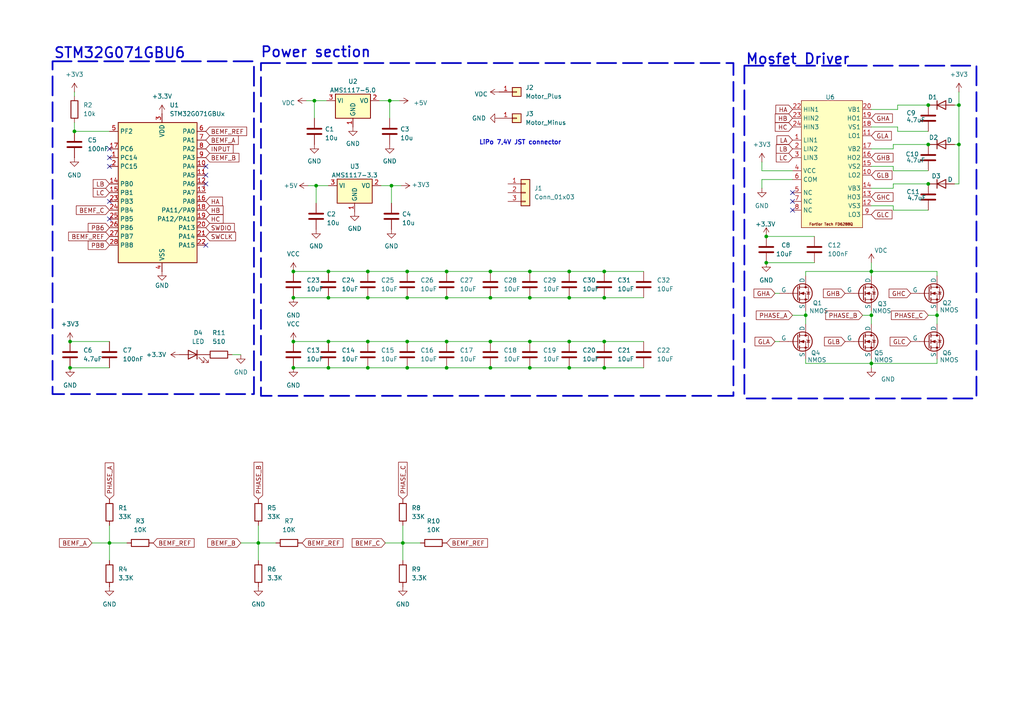
<source format=kicad_sch>
(kicad_sch (version 20231120) (generator "eeschema") (generator_version "8.0")
  (paper "A4")
  (lib_symbols
    (symbol "+3V3_1" (power) (pin_numbers hide) (pin_names (offset 0) hide)
      (property "Value" "+3V3" (at 0 3.556 0))
      (symbol "+3V3_1_1_1"
        (pin power_in line (at 0 0 90) (length 0) (name "~") (number "1"))
      )
    )
    (symbol "+3V3_2" (power) (pin_numbers hide) (pin_names (offset 0) hide)
      (property "Value" "+3V3" (at 0 3.556 0))
      (symbol "+3V3_2_1_1"
        (pin power_in line (at 0 0 90) (length 0) (name "~") (number "1"))
      )
    )
    (symbol "Connector_Generic:Conn_01x01" (pin_names (offset 1.016) hide)
      (property "Reference" "J" (at 0 2.54 0))
      (property "Value" "Conn_01x01" (at 0 -2.54 0))
      (symbol "Conn_01x01_1_1"
        (pin passive line (at -5.08 0 0) (length 3.81) (name "Pin_1") (number "1"))
      )
    )
    (symbol "Connector_Generic:Conn_01x03" (pin_names (offset 1.016) hide)
      (property "Reference" "J" (at 0 5.08 0))
      (property "Value" "Conn_01x03" (at 0 -5.08 0))
      (symbol "Conn_01x03_1_1"
        (pin passive line (at -5.08 2.54 0) (length 3.81) (name "Pin_1") (number "1"))
        (pin passive line (at -5.08 0 0) (length 3.81) (name "Pin_2") (number "2"))
        (pin passive line (at -5.08 -2.54 0) (length 3.81) (name "Pin_3") (number "3"))
      )
    )
    (symbol "Device:C" (pin_numbers hide) (pin_names (offset 0.254))
      (property "Reference" "C" (at 0.635 2.54 0))
      (property "Value" "C" (at 0.635 -2.54 0))
      (symbol "C_1_1"
        (pin passive line (at 0 3.81 270) (length 2.794) (name "~") (number "1"))
        (pin passive line (at 0 -3.81 90) (length 2.794) (name "~") (number "2"))
      )
    )
    (symbol "Device:D" (pin_numbers hide) (pin_names (offset 1.016) hide)
      (property "Reference" "D" (at 0 2.54 0))
      (property "Value" "D" (at 0 -2.54 0))
      (symbol "D_1_1"
        (pin passive line (at -3.81 0 0) (length 2.54) (name "K") (number "1"))
        (pin passive line (at 3.81 0 180) (length 2.54) (name "A") (number "2"))
      )
    )
    (symbol "Device:LED" (pin_numbers hide) (pin_names (offset 1.016) hide)
      (property "Reference" "D" (at 0 2.54 0))
      (property "Value" "LED" (at 0 -2.54 0))
      (symbol "LED_1_1"
        (pin passive line (at -3.81 0 0) (length 2.54) (name "K") (number "1"))
        (pin passive line (at 3.81 0 180) (length 2.54) (name "A") (number "2"))
      )
    )
    (symbol "Device:R" (pin_numbers hide) (pin_names (offset 0))
      (property "Reference" "R" (at 2.032 0 90))
      (property "Value" "R" (at 0 0 90))
      (symbol "R_1_1"
        (pin passive line (at 0 3.81 270) (length 1.27) (name "~") (number "1"))
        (pin passive line (at 0 -3.81 90) (length 1.27) (name "~") (number "2"))
      )
    )
    (symbol "ESC library:FD6288Q"
      (property "Reference" "U" (at -13.97 20.066 0))
      (symbol "FD6288Q_1_1"
        (text "Fortior Tech FD6288Q" (at -14.224 -16.764 0) (effects (font (size 0.762 0.762))))
        (pin input line (at -25.4 7.62 0) (length 2.54) (name "LIN1") (number "1"))
        (pin input line (at -2.54 -2.54 180) (length 2.54) (name "LO2") (number "10"))
        (pin input line (at -2.54 8.89 180) (length 2.54) (name "LO1") (number "11"))
        (pin input line (at -2.54 -11.43 180) (length 2.54) (name "VS3") (number "12"))
        (pin input line (at -2.54 -8.89 180) (length 2.54) (name "HO3") (number "13"))
        (pin input line (at -2.54 -6.35 180) (length 2.54) (name "VB3") (number "14"))
        (pin input line (at -2.54 0 180) (length 2.54) (name "VS2") (number "15"))
        (pin input line (at -2.54 2.54 180) (length 2.54) (name "HO2") (number "16"))
        (pin input line (at -2.54 5.08 180) (length 2.54) (name "VB2") (number "17"))
        (pin input line (at -2.54 11.43 180) (length 2.54) (name "VS1") (number "18"))
        (pin input line (at -2.54 13.97 180) (length 2.54) (name "HO1") (number "19"))
        (pin input line (at -25.4 5.08 0) (length 2.54) (name "LIN2") (number "2"))
        (pin input line (at -2.54 16.51 180) (length 2.54) (name "VB1") (number "20"))
        (pin input line (at -25.4 16.51 0) (length 2.54) (name "HIN1") (number "22"))
        (pin input line (at -25.4 13.97 0) (length 2.54) (name "HIN2") (number "23"))
        (pin input line (at -25.4 11.43 0) (length 2.54) (name "HIN3") (number "24"))
        (pin input line (at -25.4 2.54 0) (length 2.54) (name "LIN3") (number "3"))
        (pin input line (at -25.4 -1.27 0) (length 2.54) (name "VCC") (number "4"))
        (pin input line (at -25.4 -7.62 0) (length 2.54) (name "NC") (number "5"))
        (pin input line (at -25.4 -3.81 0) (length 2.54) (name "COM") (number "6"))
        (pin input line (at -25.4 -10.16 0) (length 2.54) (name "NC") (number "7"))
        (pin input line (at -25.4 -12.7 0) (length 2.54) (name "NC") (number "8"))
        (pin input line (at -2.54 -13.97 180) (length 2.54) (name "LO3") (number "9"))
      )
    )
    (symbol "GND_1" (power) (pin_numbers hide) (pin_names (offset 0) hide)
      (property "Value" "GND" (at 0 -3.81 0))
      (symbol "GND_1_1_1"
        (pin power_in line (at 0 0 270) (length 0) (name "~") (number "1"))
      )
    )
    (symbol "GND_2" (power) (pin_numbers hide) (pin_names (offset 0) hide)
      (property "Value" "GND" (at 0 -3.81 0))
      (symbol "GND_2_1_1"
        (pin power_in line (at 0 0 270) (length 0) (name "~") (number "1"))
      )
    )
    (symbol "GND_3" (power) (pin_numbers hide) (pin_names (offset 0) hide)
      (property "Value" "GND" (at 0 -3.81 0))
      (symbol "GND_3_1_1"
        (pin power_in line (at 0 0 270) (length 0) (name "~") (number "1"))
      )
    )
    (symbol "GND_4" (power) (pin_numbers hide) (pin_names (offset 0) hide)
      (property "Value" "GND" (at 0 -3.81 0))
      (symbol "GND_4_1_1"
        (pin power_in line (at 0 0 270) (length 0) (name "~") (number "1"))
      )
    )
    (symbol "GND_5" (power) (pin_numbers hide) (pin_names (offset 0) hide)
      (property "Value" "GND" (at 0 -3.81 0))
      (symbol "GND_5_1_1"
        (pin power_in line (at 0 0 270) (length 0) (name "~") (number "1"))
      )
    )
    (symbol "GND_6" (power) (pin_numbers hide) (pin_names (offset 0) hide)
      (property "Value" "GND" (at 0 -3.81 0))
      (symbol "GND_6_1_1"
        (pin power_in line (at 0 0 270) (length 0) (name "~") (number "1"))
      )
    )
    (symbol "GND_7" (power) (pin_numbers hide) (pin_names (offset 0) hide)
      (property "Value" "GND" (at 0 -3.81 0))
      (symbol "GND_7_1_1"
        (pin power_in line (at 0 0 270) (length 0) (name "~") (number "1"))
      )
    )
    (symbol "MCU_ST_STM32G0:STM32G071GBUx"
      (property "Reference" "U" (at -10.16 21.59 0))
      (property "Value" "STM32G071GBUx" (at 5.08 21.59 0))
      (symbol "STM32G071GBUx_1_1"
        (pin bidirectional line (at -12.7 10.16 0) (length 2.54) (name "PC14") (number "1"))
        (pin bidirectional line (at 15.24 7.62 180) (length 2.54) (name "PA4") (number "10"))
        (pin bidirectional line (at 15.24 5.08 180) (length 2.54) (name "PA5") (number "11"))
        (pin bidirectional line (at 15.24 2.54 180) (length 2.54) (name "PA6") (number "12"))
        (pin bidirectional line (at 15.24 0 180) (length 2.54) (name "PA7") (number "13"))
        (pin bidirectional line (at -12.7 2.54 0) (length 2.54) (name "PB0") (number "14"))
        (pin bidirectional line (at -12.7 0 0) (length 2.54) (name "PB1") (number "15"))
        (pin bidirectional line (at 15.24 -2.54 180) (length 2.54) (name "PA8") (number "16"))
        (pin bidirectional line (at -12.7 12.7 0) (length 2.54) (name "PC6") (number "17"))
        (pin bidirectional line (at 15.24 -5.08 180) (length 2.54) (name "PA11/PA9") (number "18"))
        (pin bidirectional line (at 15.24 -7.62 180) (length 2.54) (name "PA12/PA10") (number "19"))
        (pin bidirectional line (at -12.7 7.62 0) (length 2.54) (name "PC15") (number "2"))
        (pin bidirectional line (at 15.24 -10.16 180) (length 2.54) (name "PA13") (number "20"))
        (pin bidirectional line (at 15.24 -12.7 180) (length 2.54) (name "PA14") (number "21"))
        (pin bidirectional line (at 15.24 -15.24 180) (length 2.54) (name "PA15") (number "22"))
        (pin bidirectional line (at -12.7 -2.54 0) (length 2.54) (name "PB3") (number "23"))
        (pin bidirectional line (at -12.7 -5.08 0) (length 2.54) (name "PB4") (number "24"))
        (pin bidirectional line (at -12.7 -7.62 0) (length 2.54) (name "PB5") (number "25"))
        (pin bidirectional line (at -12.7 -10.16 0) (length 2.54) (name "PB6") (number "26"))
        (pin bidirectional line (at -12.7 -12.7 0) (length 2.54) (name "PB7") (number "27"))
        (pin bidirectional line (at -12.7 -15.24 0) (length 2.54) (name "PB8") (number "28"))
        (pin power_in line (at 2.54 22.86 270) (length 2.54) (name "VDD") (number "3"))
        (pin power_in line (at 2.54 -22.86 90) (length 2.54) (name "VSS") (number "4"))
        (pin bidirectional line (at -12.7 17.78 0) (length 2.54) (name "PF2") (number "5"))
        (pin bidirectional line (at 15.24 17.78 180) (length 2.54) (name "PA0") (number "6"))
        (pin bidirectional line (at 15.24 15.24 180) (length 2.54) (name "PA1") (number "7"))
        (pin bidirectional line (at 15.24 12.7 180) (length 2.54) (name "PA2") (number "8"))
        (pin bidirectional line (at 15.24 10.16 180) (length 2.54) (name "PA3") (number "9"))
      )
    )
    (symbol "Regulator_Linear:AMS1117-3.3"
      (property "Reference" "U" (at -3.81 3.175 0))
      (property "Value" "AMS1117-3.3" (at 0 3.175 0))
      (symbol "AMS1117-3.3_1_1"
        (pin power_in line (at 0 -7.62 90) (length 2.54) (name "GND") (number "1"))
        (pin power_out line (at 7.62 0 180) (length 2.54) (name "VO") (number "2"))
        (pin power_in line (at -7.62 0 0) (length 2.54) (name "VI") (number "3"))
      )
    )
    (symbol "Regulator_Linear:AMS1117-5.0"
      (property "Reference" "U" (at -3.81 3.175 0))
      (property "Value" "AMS1117-5.0" (at 0 3.175 0))
      (symbol "AMS1117-5.0_1_1"
        (pin power_in line (at 0 -7.62 90) (length 2.54) (name "GND") (number "1"))
        (pin power_out line (at 7.62 0 180) (length 2.54) (name "VO") (number "2"))
        (pin power_in line (at -7.62 0 0) (length 2.54) (name "VI") (number "3"))
      )
    )
    (symbol "Simulation_SPICE:NMOS" (pin_numbers hide) (pin_names (offset 0))
      (property "Reference" "Q" (at 5.08 1.27 0))
      (property "Value" "NMOS" (at 5.08 -1.27 0))
      (symbol "NMOS_1_1"
        (pin passive line (at 2.54 5.08 270) (length 2.54) (name "D") (number "1"))
        (pin input line (at -5.08 0 0) (length 2.54) (name "G") (number "2"))
        (pin passive line (at 2.54 -5.08 90) (length 2.54) (name "S") (number "3"))
      )
    )
    (symbol "power:+3.3V" (power) (pin_numbers hide) (pin_names (offset 0) hide)
      (property "Value" "+3.3V" (at 0 3.556 0))
      (symbol "+3.3V_1_1"
        (pin power_in line (at 0 0 90) (length 0) (name "~") (number "1"))
      )
    )
    (symbol "power:+3V3" (power) (pin_names (offset 0))
      (property "Value" "+3V3" (at 0 3.556 0))
      (symbol "+3V3_1_1"
        (pin power_in line (at 0 0 90) (length 0) hide (name "+3V3") (number "1"))
      )
    )
    (symbol "power:+5V" (power) (pin_names (offset 0))
      (property "Value" "+5V" (at 0 3.556 0))
      (symbol "+5V_1_1"
        (pin power_in line (at 0 0 90) (length 0) hide (name "+5V") (number "1"))
      )
    )
    (symbol "power:GND" (power) (pin_names (offset 0))
      (property "Value" "GND" (at 0 -3.81 0))
      (symbol "GND_1_1"
        (pin power_in line (at 0 0 270) (length 0) hide (name "GND") (number "1"))
      )
    )
    (symbol "power:VCC" (power) (pin_numbers hide) (pin_names (offset 0) hide)
      (property "Value" "VCC" (at 0 3.556 0))
      (symbol "VCC_1_1"
        (pin power_in line (at 0 0 90) (length 0) (name "~") (number "1"))
      )
    )
    (symbol "power:VDC" (power) (pin_names (offset 0))
      (property "Value" "VDC" (at 0 6.35 0))
      (symbol "VDC_1_1"
        (pin power_in line (at 0 0 90) (length 0) hide (name "VDC") (number "1"))
      )
    )
  )
  (junction (at 269.24 41.91))
  (junction (at 142.24 86.36))
  (junction (at 129.54 99.06))
  (junction (at 269.24 53.34))
  (junction (at 74.93 157.48))
  (junction (at 252.73 91.44))
  (junction (at 153.67 106.68))
  (junction (at 85.09 106.68))
  (junction (at 129.54 106.68))
  (junction (at 95.25 99.06))
  (junction (at 269.24 30.48))
  (junction (at 142.24 99.06))
  (junction (at 95.25 106.68))
  (junction (at 175.26 106.68))
  (junction (at 85.09 78.74))
  (junction (at 85.09 99.06))
  (junction (at 222.25 68.58))
  (junction (at 91.694 53.848))
  (junction (at 118.11 78.74))
  (junction (at 21.59 38.1))
  (junction (at 278.13 30.48))
  (junction (at 95.25 78.74))
  (junction (at 129.54 78.74))
  (junction (at 95.25 86.36))
  (junction (at 271.78 91.44))
  (junction (at 129.54 86.36))
  (junction (at 165.1 106.68))
  (junction (at 153.67 86.36))
  (junction (at 20.32 106.68))
  (junction (at 165.1 86.36))
  (junction (at 116.84 157.48))
  (junction (at 106.68 78.74))
  (junction (at 252.73 78.74))
  (junction (at 222.25 76.2))
  (junction (at 175.26 99.06))
  (junction (at 118.11 99.06))
  (junction (at 113.03 29.21))
  (junction (at 113.538 53.848))
  (junction (at 106.68 106.68))
  (junction (at 175.26 78.74))
  (junction (at 278.13 41.91))
  (junction (at 20.32 99.06))
  (junction (at 118.11 106.68))
  (junction (at 85.09 86.36))
  (junction (at 118.11 86.36))
  (junction (at 165.1 78.74))
  (junction (at 165.1 99.06))
  (junction (at 106.68 86.36))
  (junction (at 252.73 105.41))
  (junction (at 31.75 157.48))
  (junction (at 233.68 91.44))
  (junction (at 142.24 106.68))
  (junction (at 106.68 99.06))
  (junction (at 175.26 86.36))
  (junction (at 142.24 78.74))
  (junction (at 153.67 78.74))
  (junction (at 153.67 99.06))
  (junction (at 91.186 29.21))
  (no_connect (at 31.75 45.72))
  (no_connect (at 59.69 53.34))
  (no_connect (at 59.69 48.26))
  (no_connect (at 229.87 58.42))
  (no_connect (at 59.69 71.12))
  (no_connect (at 229.87 55.88))
  (no_connect (at 31.75 58.42))
  (no_connect (at 31.75 43.18))
  (no_connect (at 31.75 48.26))
  (no_connect (at 31.75 63.5))
  (no_connect (at 229.87 60.96))
  (no_connect (at 59.69 50.8))
  (wire (pts (xy 118.11 106.68) (xy 129.54 106.68)))
  (wire (pts (xy 31.75 157.48) (xy 36.83 157.48)))
  (wire (pts (xy 111.76 157.48) (xy 116.84 157.48)))
  (wire (pts (xy 233.68 90.17) (xy 233.68 91.44)))
  (wire (pts (xy 259.08 41.91) (xy 259.08 43.18)))
  (wire (pts (xy 21.59 38.1) (xy 31.75 38.1)))
  (wire (pts (xy 252.73 90.17) (xy 252.73 91.44)))
  (wire (pts (xy 276.86 53.34) (xy 278.13 53.34)))
  (wire (pts (xy 220.98 52.07) (xy 220.98 54.61)))
  (wire (pts (xy 250.19 91.44) (xy 252.73 91.44)))
  (wire (pts (xy 118.11 86.36) (xy 129.54 86.36)))
  (wire (pts (xy 118.11 78.74) (xy 129.54 78.74)))
  (wire (pts (xy 153.67 99.06) (xy 165.1 99.06)))
  (wire (pts (xy 260.35 30.48) (xy 260.35 31.75)))
  (wire (pts (xy 113.03 29.21) (xy 113.03 34.29)))
  (wire (pts (xy 153.67 86.36) (xy 165.1 86.36)))
  (wire (pts (xy 110.49 53.848) (xy 113.538 53.848)))
  (wire (pts (xy 233.68 105.41) (xy 252.73 105.41)))
  (wire (pts (xy 233.68 91.44) (xy 233.68 93.98)))
  (wire (pts (xy 175.26 78.74) (xy 186.69 78.74)))
  (wire (pts (xy 276.86 30.48) (xy 278.13 30.48)))
  (wire (pts (xy 220.98 49.53) (xy 220.98 46.99)))
  (wire (pts (xy 233.68 104.14) (xy 233.68 105.41)))
  (wire (pts (xy 118.11 99.06) (xy 129.54 99.06)))
  (wire (pts (xy 106.68 106.68) (xy 118.11 106.68)))
  (wire (pts (xy 113.03 29.21) (xy 115.824 29.21)))
  (wire (pts (xy 91.694 53.848) (xy 95.25 53.848)))
  (wire (pts (xy 229.87 91.44) (xy 233.68 91.44)))
  (wire (pts (xy 252.73 78.74) (xy 252.73 80.01)))
  (wire (pts (xy 260.35 36.83) (xy 260.35 38.1)))
  (wire (pts (xy 142.24 99.06) (xy 153.67 99.06)))
  (wire (pts (xy 175.26 106.68) (xy 186.69 106.68)))
  (wire (pts (xy 165.1 106.68) (xy 175.26 106.68)))
  (wire (pts (xy 175.26 99.06) (xy 186.69 99.06)))
  (wire (pts (xy 31.75 152.4) (xy 31.75 157.48)))
  (wire (pts (xy 142.24 78.74) (xy 153.67 78.74)))
  (wire (pts (xy 26.67 157.48) (xy 31.75 157.48)))
  (wire (pts (xy 113.538 53.848) (xy 113.538 58.928)))
  (wire (pts (xy 21.59 35.56) (xy 21.59 38.1)))
  (wire (pts (xy 259.08 53.34) (xy 259.08 54.61)))
  (wire (pts (xy 252.73 36.83) (xy 260.35 36.83)))
  (wire (pts (xy 252.73 105.41) (xy 252.73 106.68)))
  (wire (pts (xy 95.25 86.36) (xy 106.68 86.36)))
  (wire (pts (xy 278.13 53.34) (xy 278.13 41.91)))
  (wire (pts (xy 95.25 78.74) (xy 106.68 78.74)))
  (wire (pts (xy 88.9 29.21) (xy 91.186 29.21)))
  (wire (pts (xy 175.26 86.36) (xy 186.69 86.36)))
  (wire (pts (xy 259.08 59.69) (xy 259.08 60.96)))
  (wire (pts (xy 271.78 80.01) (xy 271.78 78.74)))
  (wire (pts (xy 226.06 85.09) (xy 224.79 85.09)))
  (wire (pts (xy 129.54 106.68) (xy 142.24 106.68)))
  (wire (pts (xy 113.538 53.848) (xy 116.332 53.848)))
  (wire (pts (xy 271.78 105.41) (xy 252.73 105.41)))
  (wire (pts (xy 260.35 30.48) (xy 269.24 30.48)))
  (wire (pts (xy 129.54 99.06) (xy 142.24 99.06)))
  (wire (pts (xy 95.25 99.06) (xy 106.68 99.06)))
  (wire (pts (xy 271.78 104.14) (xy 271.78 105.41)))
  (wire (pts (xy 276.86 41.91) (xy 278.13 41.91)))
  (wire (pts (xy 153.67 78.74) (xy 165.1 78.74)))
  (wire (pts (xy 153.67 106.68) (xy 165.1 106.68)))
  (wire (pts (xy 278.13 41.91) (xy 278.13 30.48)))
  (wire (pts (xy 252.73 43.18) (xy 259.08 43.18)))
  (wire (pts (xy 229.87 49.53) (xy 220.98 49.53)))
  (wire (pts (xy 222.25 68.58) (xy 236.22 68.58)))
  (wire (pts (xy 20.32 99.06) (xy 31.75 99.06)))
  (wire (pts (xy 165.1 86.36) (xy 175.26 86.36)))
  (wire (pts (xy 20.32 106.68) (xy 31.75 106.68)))
  (wire (pts (xy 91.186 29.21) (xy 94.742 29.21)))
  (wire (pts (xy 165.1 78.74) (xy 175.26 78.74)))
  (wire (pts (xy 85.09 78.74) (xy 95.25 78.74)))
  (wire (pts (xy 89.408 53.848) (xy 91.694 53.848)))
  (wire (pts (xy 252.73 48.26) (xy 259.08 48.26)))
  (wire (pts (xy 278.13 30.48) (xy 278.13 26.67)))
  (wire (pts (xy 95.25 106.68) (xy 106.68 106.68)))
  (wire (pts (xy 233.68 80.01) (xy 233.68 78.74)))
  (wire (pts (xy 271.78 90.17) (xy 271.78 91.44)))
  (wire (pts (xy 222.25 76.2) (xy 236.22 76.2)))
  (wire (pts (xy 129.54 78.74) (xy 142.24 78.74)))
  (wire (pts (xy 260.35 38.1) (xy 269.24 38.1)))
  (wire (pts (xy 106.68 78.74) (xy 118.11 78.74)))
  (wire (pts (xy 106.68 99.06) (xy 118.11 99.06)))
  (wire (pts (xy 260.35 31.75) (xy 252.73 31.75)))
  (wire (pts (xy 259.08 49.53) (xy 269.24 49.53)))
  (wire (pts (xy 271.78 91.44) (xy 271.78 93.98)))
  (wire (pts (xy 31.75 157.48) (xy 31.75 162.56)))
  (wire (pts (xy 259.08 53.34) (xy 269.24 53.34)))
  (wire (pts (xy 74.93 157.48) (xy 74.93 162.56)))
  (wire (pts (xy 129.54 86.36) (xy 142.24 86.36)))
  (wire (pts (xy 269.24 91.44) (xy 271.78 91.44)))
  (wire (pts (xy 91.186 29.21) (xy 91.186 34.29)))
  (wire (pts (xy 85.09 86.36) (xy 95.25 86.36)))
  (wire (pts (xy 116.84 157.48) (xy 121.92 157.48)))
  (wire (pts (xy 252.73 104.14) (xy 252.73 105.41)))
  (wire (pts (xy 74.93 157.48) (xy 80.01 157.48)))
  (wire (pts (xy 116.84 157.48) (xy 116.84 162.56)))
  (wire (pts (xy 259.08 41.91) (xy 269.24 41.91)))
  (wire (pts (xy 226.06 99.06) (xy 224.79 99.06)))
  (wire (pts (xy 85.09 99.06) (xy 95.25 99.06)))
  (wire (pts (xy 229.87 52.07) (xy 220.98 52.07)))
  (wire (pts (xy 91.694 53.848) (xy 91.694 58.928)))
  (wire (pts (xy 21.59 26.67) (xy 21.59 27.94)))
  (wire (pts (xy 252.73 59.69) (xy 259.08 59.69)))
  (wire (pts (xy 252.73 91.44) (xy 252.73 93.98)))
  (wire (pts (xy 233.68 78.74) (xy 252.73 78.74)))
  (wire (pts (xy 109.982 29.21) (xy 113.03 29.21)))
  (wire (pts (xy 259.08 60.96) (xy 269.24 60.96)))
  (wire (pts (xy 142.24 106.68) (xy 153.67 106.68)))
  (wire (pts (xy 69.85 157.48) (xy 74.93 157.48)))
  (wire (pts (xy 165.1 99.06) (xy 175.26 99.06)))
  (wire (pts (xy 142.24 86.36) (xy 153.67 86.36)))
  (wire (pts (xy 271.78 78.74) (xy 252.73 78.74)))
  (wire (pts (xy 74.93 152.4) (xy 74.93 157.48)))
  (wire (pts (xy 85.09 106.68) (xy 95.25 106.68)))
  (wire (pts (xy 106.68 86.36) (xy 118.11 86.36)))
  (wire (pts (xy 116.84 152.4) (xy 116.84 157.48)))
  (wire (pts (xy 252.73 54.61) (xy 259.08 54.61)))
  (wire (pts (xy 252.73 76.2) (xy 252.73 78.74)))
  (wire (pts (xy 67.31 102.87) (xy 69.85 102.87)))
  (wire (pts (xy 259.08 48.26) (xy 259.08 49.53)))
  (rectangle (start 215.9 19.05) (end 283.21 115.57) (stroke (width 0.5) (type dash)))
  (rectangle (start 15.24 17.78) (end 73.66 114.3) (stroke (width 0.5) (type dash)))
  (rectangle (start 75.692 18.288) (end 212.725 114.808) (stroke (width 0.5) (type dash)))
  (text "Power section" (at 75.438 17.018 0) (effects (font (size 3 3) (thickness 0.454) (bold yes)) (justify left bottom)))
  (text "Mosfet Driver" (at 216.154 19.05 0) (effects (font (size 3 3) (thickness 0.454) (bold yes)) (justify left bottom)))
  (text "LiPo 7,4V JST connector\n" (at 138.938 42.164 0) (effects (font (size 1.27 1.27) (thickness 0.254) (bold yes)) (justify left bottom)))
  (text "STM32G071GBU6\n" (at 15.494 17.272 0) (effects (font (size 3 3) (thickness 0.454) (bold yes)) (justify left bottom)))
  (global_label "PHASE_C" (shape input) (at 269.24 91.44 180) (property "Intersheetrefs" "${INTERSHEET_REFS}" (effects (hide yes))))
  (global_label "SWDIO" (shape input) (at 59.69 66.04 0) (property "Intersheetrefs" "${INTERSHEET_REFS}" (effects (hide yes))))
  (global_label "GHB" (shape input) (at 245.11 85.09 180) (property "Intersheetrefs" "${INTERSHEET_REFS}" (effects (hide yes))))
  (global_label "LB" (shape input) (at 31.75 53.34 180) (property "Intersheetrefs" "${INTERSHEET_REFS}" (effects (hide yes))))
  (global_label "HA" (shape input) (at 229.87 31.75 180) (property "Intersheetrefs" "${INTERSHEET_REFS}" (effects (hide yes))))
  (global_label "GLB" (shape input) (at 252.73 50.8 0) (property "Intersheetrefs" "${INTERSHEET_REFS}" (effects (hide yes))))
  (global_label "BEMF_A" (shape input) (at 26.67 157.48 180) (property "Intersheetrefs" "${INTERSHEET_REFS}" (effects (hide yes))))
  (global_label "GLC" (shape input) (at 264.16 99.06 180) (property "Intersheetrefs" "${INTERSHEET_REFS}" (effects (hide yes))))
  (global_label "SWCLK" (shape input) (at 59.69 68.58 0) (property "Intersheetrefs" "${INTERSHEET_REFS}" (effects (hide yes))))
  (global_label "INPUT" (shape input) (at 59.69 43.18 0) (property "Intersheetrefs" "${INTERSHEET_REFS}" (effects (hide yes))))
  (global_label "LC" (shape input) (at 31.75 55.88 180) (property "Intersheetrefs" "${INTERSHEET_REFS}" (effects (hide yes))))
  (global_label "GLA" (shape input) (at 252.73 39.37 0) (property "Intersheetrefs" "${INTERSHEET_REFS}" (effects (hide yes))))
  (global_label "PHASE_C" (shape input) (at 116.84 144.78 90) (property "Intersheetrefs" "${INTERSHEET_REFS}" (effects (hide yes))))
  (global_label "LB" (shape input) (at 229.87 43.18 180) (property "Intersheetrefs" "${INTERSHEET_REFS}" (effects (hide yes))))
  (global_label "PHASE_B" (shape input) (at 250.19 91.44 180) (property "Intersheetrefs" "${INTERSHEET_REFS}" (effects (hide yes))))
  (global_label "GHA" (shape input) (at 224.79 85.09 180) (property "Intersheetrefs" "${INTERSHEET_REFS}" (effects (hide yes))))
  (global_label "BEMF_B" (shape input) (at 69.85 157.48 180) (property "Intersheetrefs" "${INTERSHEET_REFS}" (effects (hide yes))))
  (global_label "BEMF_REF" (shape input) (at 129.54 157.48 0) (property "Intersheetrefs" "${INTERSHEET_REFS}" (effects (hide yes))))
  (global_label "PHASE_B" (shape input) (at 74.93 144.78 90) (property "Intersheetrefs" "${INTERSHEET_REFS}" (effects (hide yes))))
  (global_label "PHASE_A" (shape input) (at 31.75 144.78 90) (property "Intersheetrefs" "${INTERSHEET_REFS}" (effects (hide yes))))
  (global_label "BEMF_C" (shape input) (at 111.76 157.48 180) (property "Intersheetrefs" "${INTERSHEET_REFS}" (effects (hide yes))))
  (global_label "GLA" (shape input) (at 224.79 99.06 180) (property "Intersheetrefs" "${INTERSHEET_REFS}" (effects (hide yes))))
  (global_label "PHASE_A" (shape input) (at 229.87 91.44 180) (property "Intersheetrefs" "${INTERSHEET_REFS}" (effects (hide yes))))
  (global_label "GHC" (shape input) (at 252.73 57.15 0) (property "Intersheetrefs" "${INTERSHEET_REFS}" (effects (hide yes))))
  (global_label "BEMF_REF" (shape input) (at 44.45 157.48 0) (property "Intersheetrefs" "${INTERSHEET_REFS}" (effects (hide yes))))
  (global_label "BEMF_REF" (shape input) (at 87.63 157.48 0) (property "Intersheetrefs" "${INTERSHEET_REFS}" (effects (hide yes))))
  (global_label "BEMF_C" (shape input) (at 31.75 60.96 180) (property "Intersheetrefs" "${INTERSHEET_REFS}" (effects (hide yes))))
  (global_label "HB" (shape input) (at 229.87 34.29 180) (property "Intersheetrefs" "${INTERSHEET_REFS}" (effects (hide yes))))
  (global_label "BEMF_REF" (shape input) (at 31.75 68.58 180) (property "Intersheetrefs" "${INTERSHEET_REFS}" (effects (hide yes))))
  (global_label "BEMF_B" (shape input) (at 59.69 45.72 0) (property "Intersheetrefs" "${INTERSHEET_REFS}" (effects (hide yes))))
  (global_label "LA" (shape input) (at 229.87 40.64 180) (property "Intersheetrefs" "${INTERSHEET_REFS}" (effects (hide yes))))
  (global_label "GHB" (shape input) (at 252.73 45.72 0) (property "Intersheetrefs" "${INTERSHEET_REFS}" (effects (hide yes))))
  (global_label "GHA" (shape input) (at 252.73 34.29 0) (property "Intersheetrefs" "${INTERSHEET_REFS}" (effects (hide yes))))
  (global_label "HC" (shape input) (at 59.69 63.5 0) (property "Intersheetrefs" "${INTERSHEET_REFS}" (effects (hide yes))))
  (global_label "HC" (shape input) (at 229.87 36.83 180) (property "Intersheetrefs" "${INTERSHEET_REFS}" (effects (hide yes))))
  (global_label "PB8" (shape input) (at 31.75 71.12 180) (property "Intersheetrefs" "${INTERSHEET_REFS}" (effects (hide yes))))
  (global_label "BEMF_A" (shape input) (at 59.69 40.64 0) (property "Intersheetrefs" "${INTERSHEET_REFS}" (effects (hide yes))))
  (global_label "BEMF_REF" (shape input) (at 59.69 38.1 0) (property "Intersheetrefs" "${INTERSHEET_REFS}" (effects (hide yes))))
  (global_label "HB" (shape input) (at 59.69 60.96 0) (property "Intersheetrefs" "${INTERSHEET_REFS}" (effects (hide yes))))
  (global_label "GHC" (shape input) (at 264.16 85.09 180) (property "Intersheetrefs" "${INTERSHEET_REFS}" (effects (hide yes))))
  (global_label "LC" (shape input) (at 229.87 45.72 180) (property "Intersheetrefs" "${INTERSHEET_REFS}" (effects (hide yes))))
  (global_label "GLB" (shape input) (at 245.11 99.06 180) (property "Intersheetrefs" "${INTERSHEET_REFS}" (effects (hide yes))))
  (global_label "HA" (shape input) (at 59.69 58.42 0) (property "Intersheetrefs" "${INTERSHEET_REFS}" (effects (hide yes))))
  (global_label "PB6" (shape input) (at 31.75 66.04 180) (property "Intersheetrefs" "${INTERSHEET_REFS}" (effects (hide yes))))
  (global_label "GLC" (shape input) (at 252.73 62.23 0) (property "Intersheetrefs" "${INTERSHEET_REFS}" (effects (hide yes))))
  (symbol (lib_id "Device:R") (at 83.82 157.48 90) (unit 1)
    (property "Reference" "R7" (at 83.82 151.13 90))
    (property "Value" "10K" (at 83.82 153.67 90))
    (property "Description" "Resistor" (effects (hide yes)))
  )
  (symbol (lib_id "power:+5V") (at 115.824 29.21 270) (unit 1)
    (property "Reference" "#PWR013" (effects (hide yes)))
    (property "Value" "+5V" (at 119.888 29.845 90) (effects (justify left)))
  )
  (symbol (lib_id "Simulation_SPICE:NMOS") (at 269.24 85.09 0) (unit 1)
    (property "Reference" "Q2" (at 273.304 87.884 0) (effects (justify left)))
    (property "Value" "NMOS" (at 272.542 89.916 0) (effects (justify left)))
    (property "Datasheet" "https://ngspice.sourceforge.io/docs/ngspice-html-manual/manual.xhtml#cha_MOSFETs" (effects (hide yes)))
    (property "Description" "N-MOSFET transistor, drain/source/gate" (effects (hide yes)))
    (property "Sim.Device" "NMOS" (effects (hide yes)))
    (property "Sim.Type" "VDMOS" (effects (hide yes)))
    (property "Sim.Pins" "1=D 2=G 3=S" (effects (hide yes)))
  )
  (symbol (lib_id "power:VDC") (at 88.9 29.21 90) (unit 1)
    (property "Reference" "#PWR01" (effects (hide yes)))
    (property "Value" "VDC" (at 85.598 29.845 90) (effects (justify left)))
  )
  (symbol (lib_id "Device:C") (at 269.24 34.29 0) (unit 1)
    (property "Reference" "C9" (at 262.89 32.766 0) (effects (justify left)))
    (property "Value" "4.7uF" (at 262.89 34.798 0) (effects (justify left)))
    (property "Description" "Unpolarized capacitor" (effects (hide yes)))
  )
  (symbol (lib_id "power:VDC") (at 144.78 26.67 90) (unit 1)
    (property "Reference" "#PWR011" (effects (hide yes)))
    (property "Value" "VDC" (at 141.478 27.305 90) (effects (justify left)))
  )
  (symbol (lib_id "Device:C") (at 85.09 82.55 0) (unit 1)
    (property "Reference" "C23" (at 88.9 81.2799 0) (effects (justify left)))
    (property "Value" "10uF" (at 88.9 83.8199 0) (effects (justify left)))
    (property "Description" "Unpolarized capacitor" (effects (hide yes)))
  )
  (symbol (lib_id "power:GND") (at 102.87 61.468 0) (unit 1)
    (property "Reference" "#PWR08" (effects (hide yes)))
    (property "Value" "GND" (at 102.87 66.294 0))
  )
  (symbol (lib_id "Device:R") (at 125.73 157.48 90) (unit 1)
    (property "Reference" "R10" (at 125.73 151.13 90))
    (property "Value" "10K" (at 125.73 153.67 90))
    (property "Description" "Resistor" (effects (hide yes)))
  )
  (symbol (lib_id "power:GND") (at 113.03 41.91 0) (unit 1)
    (property "Reference" "#PWR09" (effects (hide yes)))
    (property "Value" "GND" (at 113.03 46.736 0))
  )
  (symbol (lib_id "Device:C") (at 106.68 102.87 0) (unit 1)
    (property "Reference" "C15" (at 110.49 101.5999 0) (effects (justify left)))
    (property "Value" "10uF" (at 110.49 104.1399 0) (effects (justify left)))
    (property "Description" "Unpolarized capacitor" (effects (hide yes)))
  )
  (symbol (lib_id "Device:C") (at 142.24 102.87 0) (unit 1)
    (property "Reference" "C18" (at 146.05 101.5999 0) (effects (justify left)))
    (property "Value" "10uF" (at 146.05 104.1399 0) (effects (justify left)))
    (property "Description" "Unpolarized capacitor" (effects (hide yes)))
  )
  (symbol (lib_id "Device:C") (at 91.694 62.738 0) (unit 1)
    (property "Reference" "C2" (at 94.742 62.103 0) (effects (justify left)))
    (property "Value" "10u" (at 94.742 64.643 0) (effects (justify left)))
    (property "Footprint" "Capacitor_SMD:C_0603_1608Metric" (effects (hide yes)))
  )
  (symbol (lib_id "Device:C") (at 129.54 102.87 0) (unit 1)
    (property "Reference" "C17" (at 133.35 101.5999 0) (effects (justify left)))
    (property "Value" "10uF" (at 133.35 104.1399 0) (effects (justify left)))
    (property "Description" "Unpolarized capacitor" (effects (hide yes)))
  )
  (symbol (lib_id "power:GND") (at 113.538 66.548 0) (unit 1)
    (property "Reference" "#PWR010" (effects (hide yes)))
    (property "Value" "GND" (at 113.538 71.374 0))
  )
  (symbol (lib_id "Device:LED") (at 55.88 102.87 0) (mirror y) (unit 1)
    (property "Reference" "D4" (at 57.4675 96.52 0))
    (property "Value" "LED" (at 57.4675 99.06 0))
    (property "Footprint" "LED_SMD:LED_0603_1608Metric" (effects (hide yes)))
    (property "Description" "Light emitting diode" (effects (hide yes)))
  )
  (symbol (lib_id "Simulation_SPICE:NMOS") (at 231.14 85.09 0) (unit 1)
    (property "Reference" "Q1" (at 235.712 87.884 0) (effects (justify left)))
    (property "Value" "NMOS" (at 234.696 90.17 0) (effects (justify left)))
    (property "Datasheet" "https://ngspice.sourceforge.io/docs/ngspice-html-manual/manual.xhtml#cha_MOSFETs" (effects (hide yes)))
    (property "Description" "N-MOSFET transistor, drain/source/gate" (effects (hide yes)))
    (property "Sim.Device" "NMOS" (effects (hide yes)))
    (property "Sim.Type" "VDMOS" (effects (hide yes)))
    (property "Sim.Pins" "1=D 2=G 3=S" (effects (hide yes)))
  )
  (symbol (lib_id "Device:C") (at 142.24 82.55 0) (unit 1)
    (property "Reference" "C28" (at 146.05 81.2799 0) (effects (justify left)))
    (property "Value" "10uF" (at 146.05 83.8199 0) (effects (justify left)))
    (property "Description" "Unpolarized capacitor" (effects (hide yes)))
  )
  (symbol (lib_id "Simulation_SPICE:NMOS") (at 250.19 99.06 0) (unit 1)
    (property "Reference" "Q5" (at 253.492 102.362 0) (effects (justify left)))
    (property "Value" "NMOS" (at 253.492 104.394 0) (effects (justify left)))
    (property "Datasheet" "https://ngspice.sourceforge.io/docs/ngspice-html-manual/manual.xhtml#cha_MOSFETs" (effects (hide yes)))
    (property "Description" "N-MOSFET transistor, drain/source/gate" (effects (hide yes)))
    (property "Sim.Device" "NMOS" (effects (hide yes)))
    (property "Sim.Type" "VDMOS" (effects (hide yes)))
    (property "Sim.Pins" "1=D 2=G 3=S" (effects (hide yes)))
  )
  (symbol (lib_name "GND_2") (lib_id "power:GND") (at 21.59 45.72 0) (unit 1)
    (property "Reference" "#PWR03" (effects (hide yes)))
    (property "Value" "GND" (at 21.59 50.8 0))
    (property "Description" "Power symbol creates a global label with name \"GND\" , ground" (effects (hide yes)))
  )
  (symbol (lib_name "GND_1") (lib_id "power:GND") (at 31.75 170.18 0) (unit 1)
    (property "Reference" "#PWR017" (effects (hide yes)))
    (property "Value" "GND" (at 31.75 175.26 0))
    (property "Description" "Power symbol creates a global label with name \"GND\" , ground" (effects (hide yes)))
  )
  (symbol (lib_id "Device:C") (at 153.67 102.87 0) (unit 1)
    (property "Reference" "C19" (at 157.48 101.5999 0) (effects (justify left)))
    (property "Value" "10uF" (at 157.48 104.1399 0) (effects (justify left)))
    (property "Description" "Unpolarized capacitor" (effects (hide yes)))
  )
  (symbol (lib_id "Device:R") (at 116.84 148.59 0) (unit 1)
    (property "Reference" "R8" (at 119.38 147.3199 0) (effects (justify left)))
    (property "Value" "33K" (at 119.38 149.8599 0) (effects (justify left)))
    (property "Description" "Resistor" (effects (hide yes)))
  )
  (symbol (lib_id "Device:C") (at 85.09 102.87 0) (unit 1)
    (property "Reference" "C13" (at 88.9 101.5999 0) (effects (justify left)))
    (property "Value" "10uF" (at 88.9 104.1399 0) (effects (justify left)))
    (property "Description" "Unpolarized capacitor" (effects (hide yes)))
  )
  (symbol (lib_id "Simulation_SPICE:NMOS") (at 250.19 85.09 0) (unit 1)
    (property "Reference" "Q3" (at 254.508 88.138 0) (effects (justify left)))
    (property "Value" "NMOS" (at 252.984 90.17 0) (effects (justify left)))
    (property "Datasheet" "https://ngspice.sourceforge.io/docs/ngspice-html-manual/manual.xhtml#cha_MOSFETs" (effects (hide yes)))
    (property "Description" "N-MOSFET transistor, drain/source/gate" (effects (hide yes)))
    (property "Sim.Device" "NMOS" (effects (hide yes)))
    (property "Sim.Type" "VDMOS" (effects (hide yes)))
    (property "Sim.Pins" "1=D 2=G 3=S" (effects (hide yes)))
  )
  (symbol (lib_name "GND_7") (lib_id "power:GND") (at 85.09 86.36 0) (unit 1)
    (property "Reference" "#PWR034" (effects (hide yes)))
    (property "Value" "GND" (at 85.09 91.44 0))
    (property "Description" "Power symbol creates a global label with name \"GND\" , ground" (effects (hide yes)))
  )
  (symbol (lib_id "Device:C") (at 106.68 82.55 0) (unit 1)
    (property "Reference" "C25" (at 110.49 81.2799 0) (effects (justify left)))
    (property "Value" "10uF" (at 110.49 83.8199 0) (effects (justify left)))
    (property "Description" "Unpolarized capacitor" (effects (hide yes)))
  )
  (symbol (lib_name "+3V3_1") (lib_id "power:+3V3") (at 220.98 46.99 0) (unit 1)
    (property "Reference" "#PWR023" (effects (hide yes)))
    (property "Value" "+3V3" (at 220.98 41.91 0))
    (property "Description" "Power symbol creates a global label with name \"+3V3\"" (effects (hide yes)))
  )
  (symbol (lib_name "GND_1") (lib_id "power:GND") (at 74.93 170.18 0) (unit 1)
    (property "Reference" "#PWR021" (effects (hide yes)))
    (property "Value" "GND" (at 74.93 175.26 0))
    (property "Description" "Power symbol creates a global label with name \"GND\" , ground" (effects (hide yes)))
  )
  (symbol (lib_id "Regulator_Linear:AMS1117-5.0") (at 102.362 29.21 0) (unit 1)
    (property "Reference" "U2" (at 102.362 23.622 0))
    (property "Value" "AMS1117-5.0" (at 102.362 26.162 0))
    (property "Footprint" "Package_TO_SOT_SMD:SOT-223-3_TabPin2" (effects (hide yes)))
    (property "Datasheet" "http://www.advanced-monolithic.com/pdf/ds1117.pdf" (effects (hide yes)))
  )
  (symbol (lib_id "Device:C") (at 95.25 82.55 0) (unit 1)
    (property "Reference" "C24" (at 99.06 81.2799 0) (effects (justify left)))
    (property "Value" "10uF" (at 99.06 83.8199 0) (effects (justify left)))
    (property "Description" "Unpolarized capacitor" (effects (hide yes)))
  )
  (symbol (lib_id "Device:C") (at 186.69 82.55 0) (unit 1)
    (property "Reference" "C32" (at 190.5 81.2799 0) (effects (justify left)))
    (property "Value" "10uF" (at 190.5 83.8199 0) (effects (justify left)))
    (property "Description" "Unpolarized capacitor" (effects (hide yes)))
  )
  (symbol (lib_id "power:+3.3V") (at 52.07 102.87 90) (unit 1)
    (property "Reference" "#PWR032" (effects (hide yes)))
    (property "Value" "+3.3V" (at 48.26 102.8699 90) (effects (justify left)))
    (property "Description" "Power symbol creates a global label with name \"+3.3V\"" (effects (hide yes)))
  )
  (symbol (lib_id "power:GND") (at 102.362 36.83 0) (unit 1)
    (property "Reference" "#PWR07" (effects (hide yes)))
    (property "Value" "GND" (at 102.362 41.656 0))
  )
  (symbol (lib_id "Device:R") (at 40.64 157.48 90) (unit 1)
    (property "Reference" "R3" (at 40.64 151.13 90))
    (property "Value" "10K" (at 40.64 153.67 90))
    (property "Description" "Resistor" (effects (hide yes)))
  )
  (symbol (lib_name "+3V3_1") (lib_id "power:+3V3") (at 278.13 26.67 0) (unit 1)
    (property "Reference" "#PWR025" (effects (hide yes)))
    (property "Value" "+3V3" (at 278.13 21.59 0))
    (property "Description" "Power symbol creates a global label with name \"+3V3\"" (effects (hide yes)))
  )
  (symbol (lib_id "Device:C") (at 236.22 72.39 0) (unit 1)
    (property "Reference" "C12" (at 240.03 71.1199 0) (effects (justify left)))
    (property "Value" "100nF" (at 240.03 73.6599 0) (effects (justify left)))
    (property "Description" "Unpolarized capacitor" (effects (hide yes)))
  )
  (symbol (lib_id "power:GND") (at 91.694 66.548 0) (unit 1)
    (property "Reference" "#PWR05" (effects (hide yes)))
    (property "Value" "GND" (at 91.694 71.374 0))
  )
  (symbol (lib_id "power:+3V3") (at 116.332 53.848 270) (unit 1)
    (property "Reference" "#PWR014" (effects (hide yes)))
    (property "Value" "+3V3" (at 119.38 53.594 90) (effects (justify left)))
  )
  (symbol (lib_id "power:VCC") (at 85.09 78.74 0) (unit 1)
    (property "Reference" "#PWR033" (effects (hide yes)))
    (property "Value" "VCC" (at 85.09 73.66 0))
    (property "Description" "Power symbol creates a global label with name \"VCC\"" (effects (hide yes)))
  )
  (symbol (lib_id "Device:C") (at 165.1 82.55 0) (unit 1)
    (property "Reference" "C30" (at 168.91 81.2799 0) (effects (justify left)))
    (property "Value" "10uF" (at 168.91 83.8199 0) (effects (justify left)))
    (property "Description" "Unpolarized capacitor" (effects (hide yes)))
  )
  (symbol (lib_id "ESC library:FD6288Q") (at 255.27 48.26 0) (unit 1)
    (property "Reference" "U6" (at 240.792 28.194 0))
    (property "Value" "~" (at 241.3 27.94 0))
    (property "Footprint" "Fortior Tech FD6288Q driver library:QFN50P400X400X90-25N" (effects (hide yes)))
  )
  (symbol (lib_id "Device:C") (at 113.03 38.1 0) (unit 1)
    (property "Reference" "C3" (at 116.078 37.465 0) (effects (justify left)))
    (property "Value" "10u" (at 116.078 40.005 0) (effects (justify left)))
    (property "Footprint" "Capacitor_SMD:C_0603_1608Metric" (effects (hide yes)))
  )
  (symbol (lib_id "power:+5V") (at 89.408 53.848 90) (unit 1)
    (property "Reference" "#PWR02" (effects (hide yes)))
    (property "Value" "+5V" (at 86.36 53.848 90) (effects (justify left)))
  )
  (symbol (lib_name "GND_5") (lib_id "power:GND") (at 252.73 106.68 0) (unit 1)
    (property "Reference" "#PWR022" (effects (hide yes)))
    (property "Value" "GND" (at 257.556 109.982 0))
    (property "Description" "Power symbol creates a global label with name \"GND\" , ground" (effects (hide yes)))
  )
  (symbol (lib_id "Simulation_SPICE:NMOS") (at 269.24 99.06 0) (unit 1)
    (property "Reference" "Q6" (at 273.304 102.362 0) (effects (justify left)))
    (property "Value" "NMOS" (at 272.542 104.394 0) (effects (justify left)))
    (property "Datasheet" "https://ngspice.sourceforge.io/docs/ngspice-html-manual/manual.xhtml#cha_MOSFETs" (effects (hide yes)))
    (property "Description" "N-MOSFET transistor, drain/source/gate" (effects (hide yes)))
    (property "Sim.Device" "NMOS" (effects (hide yes)))
    (property "Sim.Type" "VDMOS" (effects (hide yes)))
    (property "Sim.Pins" "1=D 2=G 3=S" (effects (hide yes)))
  )
  (symbol (lib_id "Device:R") (at 31.75 148.59 0) (unit 1)
    (property "Reference" "R1" (at 34.29 147.3199 0) (effects (justify left)))
    (property "Value" "33K" (at 34.29 149.8599 0) (effects (justify left)))
    (property "Description" "Resistor" (effects (hide yes)))
  )
  (symbol (lib_id "Device:C") (at 31.75 102.87 0) (unit 1)
    (property "Reference" "C7" (at 35.56 101.5999 0) (effects (justify left)))
    (property "Value" "100nF" (at 35.56 104.1399 0) (effects (justify left)))
    (property "Description" "Unpolarized capacitor" (effects (hide yes)))
  )
  (symbol (lib_id "Device:D") (at 273.05 53.34 0) (unit 1)
    (property "Reference" "D3" (at 271.526 51.054 0))
    (property "Value" "D" (at 275.59 52.07 0))
    (property "Description" "Diode" (effects (hide yes)))
    (property "Sim.Device" "D" (effects (hide yes)))
    (property "Sim.Pins" "1=K 2=A" (effects (hide yes)))
  )
  (symbol (lib_name "+3V3_1") (lib_id "power:+3V3") (at 21.59 26.67 0) (unit 1)
    (property "Reference" "#PWR06" (effects (hide yes)))
    (property "Value" "+3V3" (at 21.59 21.59 0))
    (property "Description" "Power symbol creates a global label with name \"+3V3\"" (effects (hide yes)))
  )
  (symbol (lib_id "Device:C") (at 118.11 82.55 0) (unit 1)
    (property "Reference" "C26" (at 121.92 81.2799 0) (effects (justify left)))
    (property "Value" "10uF" (at 121.92 83.8199 0) (effects (justify left)))
    (property "Description" "Unpolarized capacitor" (effects (hide yes)))
  )
  (symbol (lib_id "Device:C") (at 186.69 102.87 0) (unit 1)
    (property "Reference" "C22" (at 190.5 101.5999 0) (effects (justify left)))
    (property "Value" "10uF" (at 190.5 104.1399 0) (effects (justify left)))
    (property "Description" "Unpolarized capacitor" (effects (hide yes)))
  )
  (symbol (lib_id "Device:C") (at 175.26 82.55 0) (unit 1)
    (property "Reference" "C31" (at 179.07 81.2799 0) (effects (justify left)))
    (property "Value" "10uF" (at 179.07 83.8199 0) (effects (justify left)))
    (property "Description" "Unpolarized capacitor" (effects (hide yes)))
  )
  (symbol (lib_id "Device:C") (at 113.538 62.738 0) (unit 1)
    (property "Reference" "C4" (at 116.586 62.103 0) (effects (justify left)))
    (property "Value" "10u" (at 116.586 64.643 0) (effects (justify left)))
    (property "Footprint" "Capacitor_SMD:C_0603_1608Metric" (effects (hide yes)))
  )
  (symbol (lib_id "Device:R") (at 63.5 102.87 90) (unit 1)
    (property "Reference" "R11" (at 63.5 96.52 90))
    (property "Value" "510" (at 63.5 99.06 90))
    (property "Footprint" "Capacitor_SMD:C_0603_1608Metric" (effects (hide yes)))
    (property "Description" "Resistor" (effects (hide yes)))
  )
  (symbol (lib_id "Connector_Generic:Conn_01x01") (at 149.86 26.67 0) (unit 1)
    (property "Reference" "J2" (at 152.4 25.3999 0) (effects (justify left)))
    (property "Value" "Motor_Plus" (at 152.4 27.9399 0) (effects (justify left)))
    (property "Description" "Generic connector, single row, 01x01, script generated (kicad-library-utils/schlib/autogen/connector/)" (effects (hide yes)))
  )
  (symbol (lib_name "GND_6") (lib_id "power:GND") (at 222.25 76.2 0) (unit 1)
    (property "Reference" "#PWR027" (effects (hide yes)))
    (property "Value" "GND" (at 222.25 81.28 0))
    (property "Description" "Power symbol creates a global label with name \"GND\" , ground" (effects (hide yes)))
  )
  (symbol (lib_id "Regulator_Linear:AMS1117-3.3") (at 102.87 53.848 0) (unit 1)
    (property "Reference" "U3" (at 102.87 48.26 0))
    (property "Value" "AMS1117-3.3" (at 102.87 50.8 0))
    (property "Footprint" "Package_TO_SOT_SMD:SOT-223-3_TabPin2" (effects (hide yes)))
    (property "Datasheet" "http://www.advanced-monolithic.com/pdf/ds1117.pdf" (effects (hide yes)))
  )
  (symbol (lib_id "Device:D") (at 273.05 41.91 0) (unit 1)
    (property "Reference" "D2" (at 270.764 39.878 0))
    (property "Value" "D" (at 275.336 40.64 0))
    (property "Description" "Diode" (effects (hide yes)))
    (property "Sim.Device" "D" (effects (hide yes)))
    (property "Sim.Pins" "1=K 2=A" (effects (hide yes)))
  )
  (symbol (lib_name "+3V3_2") (lib_id "power:+3V3") (at 20.32 99.06 0) (unit 1)
    (property "Reference" "#PWR015" (effects (hide yes)))
    (property "Value" "+3V3" (at 20.32 93.98 0))
    (property "Description" "Power symbol creates a global label with name \"+3V3\"" (effects (hide yes)))
  )
  (symbol (lib_name "GND_4") (lib_id "power:GND") (at 46.99 78.74 0) (unit 1)
    (property "Reference" "#PWR019" (effects (hide yes)))
    (property "Value" "GND" (at 46.99 82.804 0))
    (property "Description" "Power symbol creates a global label with name \"GND\" , ground" (effects (hide yes)))
  )
  (symbol (lib_id "Device:C") (at 118.11 102.87 0) (unit 1)
    (property "Reference" "C16" (at 121.92 101.5999 0) (effects (justify left)))
    (property "Value" "10uF" (at 121.92 104.1399 0) (effects (justify left)))
    (property "Description" "Unpolarized capacitor" (effects (hide yes)))
  )
  (symbol (lib_name "GND_7") (lib_id "power:GND") (at 85.09 106.68 0) (unit 1)
    (property "Reference" "#PWR029" (effects (hide yes)))
    (property "Value" "GND" (at 85.09 111.76 0))
    (property "Description" "Power symbol creates a global label with name \"GND\" , ground" (effects (hide yes)))
  )
  (symbol (lib_name "GND_1") (lib_id "power:GND") (at 116.84 170.18 0) (unit 1)
    (property "Reference" "#PWR026" (effects (hide yes)))
    (property "Value" "GND" (at 116.84 175.26 0))
    (property "Description" "Power symbol creates a global label with name \"GND\" , ground" (effects (hide yes)))
  )
  (symbol (lib_id "Device:R") (at 74.93 166.37 0) (unit 1)
    (property "Reference" "R6" (at 77.47 165.0999 0) (effects (justify left)))
    (property "Value" "3.3K" (at 77.47 167.6399 0) (effects (justify left)))
    (property "Description" "Resistor" (effects (hide yes)))
  )
  (symbol (lib_id "Connector_Generic:Conn_01x03") (at 152.4 55.88 0) (unit 1)
    (property "Reference" "J1" (at 154.94 54.6099 0) (effects (justify left)))
    (property "Value" "Conn_01x03" (at 154.94 57.1499 0) (effects (justify left)))
    (property "Description" "Generic connector, single row, 01x03, script generated (kicad-library-utils/schlib/autogen/connector/)" (effects (hide yes)))
  )
  (symbol (lib_id "Device:C") (at 21.59 41.91 0) (unit 1)
    (property "Reference" "C5" (at 25.4 40.6399 0) (effects (justify left)))
    (property "Value" "100nF" (at 25.4 43.1799 0) (effects (justify left)))
    (property "Description" "Unpolarized capacitor" (effects (hide yes)))
  )
  (symbol (lib_id "Device:C") (at 165.1 102.87 0) (unit 1)
    (property "Reference" "C20" (at 168.91 101.5999 0) (effects (justify left)))
    (property "Value" "10uF" (at 168.91 104.1399 0) (effects (justify left)))
    (property "Description" "Unpolarized capacitor" (effects (hide yes)))
  )
  (symbol (lib_id "Device:C") (at 222.25 72.39 0) (unit 1)
    (property "Reference" "C8" (at 226.568 71.12 0) (effects (justify left)))
    (property "Value" "10uF" (at 225.044 73.66 0) (effects (justify left)))
    (property "Description" "Unpolarized capacitor" (effects (hide yes)))
  )
  (symbol (lib_id "Device:C") (at 269.24 57.15 0) (unit 1)
    (property "Reference" "C11" (at 262.89 55.626 0) (effects (justify left)))
    (property "Value" "4.7uF" (at 263.144 57.404 0) (effects (justify left)))
    (property "Description" "Unpolarized capacitor" (effects (hide yes)))
  )
  (symbol (lib_id "Device:C") (at 20.32 102.87 0) (unit 1)
    (property "Reference" "C6" (at 24.13 101.5999 0) (effects (justify left)))
    (property "Value" "4.7uF" (at 24.13 104.1399 0) (effects (justify left)))
    (property "Description" "Unpolarized capacitor" (effects (hide yes)))
  )
  (symbol (lib_name "GND_3") (lib_id "power:GND") (at 20.32 106.68 0) (unit 1)
    (property "Reference" "#PWR016" (effects (hide yes)))
    (property "Value" "GND" (at 20.32 111.76 0))
    (property "Description" "Power symbol creates a global label with name \"GND\" , ground" (effects (hide yes)))
  )
  (symbol (lib_id "MCU_ST_STM32G0:STM32G071GBUx") (at 44.45 55.88 0) (unit 1)
    (property "Reference" "U1" (at 49.1841 30.48 0) (effects (justify left)))
    (property "Value" "STM32G071GBUx" (at 49.1841 33.02 0) (effects (justify left)))
    (property "Footprint" "Package_DFN_QFN:QFN-28_4x4mm_P0.5mm" (effects (hide yes)))
    (property "Datasheet" "https://www.st.com/resource/en/datasheet/stm32g071gb.pdf" (effects (hide yes)))
    (property "Description" "STMicroelectronics Arm Cortex-M0+ MCU, 128KB flash, 36KB RAM, 64 MHz, 1.7-3.6V, 26 GPIO, UFQFPN28" (effects (hide yes)))
  )
  (symbol (lib_id "power:GND") (at 144.78 34.29 270) (unit 1)
    (property "Reference" "#PWR012" (effects (hide yes)))
    (property "Value" "GND" (at 140.97 34.2899 90) (effects (justify right)))
  )
  (symbol (lib_id "power:+3.3V") (at 46.99 33.02 0) (unit 1)
    (property "Reference" "#PWR018" (effects (hide yes)))
    (property "Value" "+3.3V" (at 46.99 27.94 0))
    (property "Description" "Power symbol creates a global label with name \"+3.3V\"" (effects (hide yes)))
  )
  (symbol (lib_id "Device:C") (at 153.67 82.55 0) (unit 1)
    (property "Reference" "C29" (at 157.48 81.2799 0) (effects (justify left)))
    (property "Value" "10uF" (at 157.48 83.8199 0) (effects (justify left)))
    (property "Description" "Unpolarized capacitor" (effects (hide yes)))
  )
  (symbol (lib_id "power:VDC") (at 252.73 76.2 0) (unit 1)
    (property "Reference" "#PWR020" (effects (hide yes)))
    (property "Value" "VDC" (at 255.524 72.644 0))
  )
  (symbol (lib_id "Device:R") (at 31.75 166.37 0) (unit 1)
    (property "Reference" "R4" (at 34.29 165.0999 0) (effects (justify left)))
    (property "Value" "3.3K" (at 34.29 167.6399 0) (effects (justify left)))
    (property "Description" "Resistor" (effects (hide yes)))
  )
  (symbol (lib_id "power:+3.3V") (at 222.25 68.58 0) (unit 1)
    (property "Reference" "#PWR028" (effects (hide yes)))
    (property "Value" "+3.3V" (at 221.996 65.024 0))
    (property "Description" "Power symbol creates a global label with name \"+3.3V\"" (effects (hide yes)))
  )
  (symbol (lib_id "Device:C") (at 95.25 102.87 0) (unit 1)
    (property "Reference" "C14" (at 99.06 101.5999 0) (effects (justify left)))
    (property "Value" "10uF" (at 99.06 104.1399 0) (effects (justify left)))
    (property "Description" "Unpolarized capacitor" (effects (hide yes)))
  )
  (symbol (lib_id "Device:C") (at 91.186 38.1 0) (unit 1)
    (property "Reference" "C1" (at 94.234 37.465 0) (effects (justify left)))
    (property "Value" "10u" (at 94.234 40.005 0) (effects (justify left)))
    (property "Footprint" "Capacitor_SMD:C_0603_1608Metric" (effects (hide yes)))
  )
  (symbol (lib_id "Connector_Generic:Conn_01x01") (at 149.86 34.29 0) (unit 1)
    (property "Reference" "J3" (at 152.4 33.0199 0) (effects (justify left)))
    (property "Value" "Motor_Minus" (at 152.4 35.5599 0) (effects (justify left)))
    (property "Description" "Generic connector, single row, 01x01, script generated (kicad-library-utils/schlib/autogen/connector/)" (effects (hide yes)))
  )
  (symbol (lib_id "power:VCC") (at 85.09 99.06 0) (unit 1)
    (property "Reference" "#PWR030" (effects (hide yes)))
    (property "Value" "VCC" (at 85.09 93.98 0))
    (property "Description" "Power symbol creates a global label with name \"VCC\"" (effects (hide yes)))
  )
  (symbol (lib_name "GND_5") (lib_id "power:GND") (at 220.98 54.61 0) (unit 1)
    (property "Reference" "#PWR024" (effects (hide yes)))
    (property "Value" "GND" (at 220.98 59.69 0))
    (property "Description" "Power symbol creates a global label with name \"GND\" , ground" (effects (hide yes)))
  )
  (symbol (lib_id "Device:R") (at 116.84 166.37 0) (unit 1)
    (property "Reference" "R9" (at 119.38 165.0999 0) (effects (justify left)))
    (property "Value" "3.3K" (at 119.38 167.6399 0) (effects (justify left)))
    (property "Description" "Resistor" (effects (hide yes)))
  )
  (symbol (lib_id "Device:C") (at 269.24 45.72 0) (unit 1)
    (property "Reference" "C10" (at 262.636 44.704 0) (effects (justify left)))
    (property "Value" "4.7uF" (at 262.89 46.482 0) (effects (justify left)))
    (property "Description" "Unpolarized capacitor" (effects (hide yes)))
  )
  (symbol (lib_id "Device:C") (at 129.54 82.55 0) (unit 1)
    (property "Reference" "C27" (at 133.35 81.2799 0) (effects (justify left)))
    (property "Value" "10uF" (at 133.35 83.8199 0) (effects (justify left)))
    (property "Description" "Unpolarized capacitor" (effects (hide yes)))
  )
  (symbol (lib_id "Device:D") (at 273.05 30.48 0) (unit 1)
    (property "Reference" "D1" (at 270.51 28.194 0))
    (property "Value" "D" (at 275.59 29.21 0))
    (property "Description" "Diode" (effects (hide yes)))
    (property "Sim.Device" "D" (effects (hide yes)))
    (property "Sim.Pins" "1=K 2=A" (effects (hide yes)))
  )
  (symbol (lib_id "Device:R") (at 21.59 31.75 0) (unit 1)
    (property "Reference" "R2" (at 24.13 30.4799 0) (effects (justify left)))
    (property "Value" "10k" (at 24.13 33.0199 0) (effects (justify left)))
    (property "Description" "Resistor" (effects (hide yes)))
  )
  (symbol (lib_id "power:GND") (at 91.186 41.91 0) (unit 1)
    (property "Reference" "#PWR04" (effects (hide yes)))
    (property "Value" "GND" (at 91.186 46.736 0))
  )
  (symbol (lib_id "power:GND") (at 69.85 102.87 0) (unit 1)
    (property "Reference" "#PWR031" (effects (hide yes)))
    (property "Value" "GND" (at 69.85 107.95 0))
    (property "Description" "Power symbol creates a global label with name \"GND\" , ground" (effects (hide yes)))
  )
  (symbol (lib_id "Device:R") (at 74.93 148.59 0) (unit 1)
    (property "Reference" "R5" (at 77.47 147.3199 0) (effects (justify left)))
    (property "Value" "33K" (at 77.47 149.8599 0) (effects (justify left)))
    (property "Description" "Resistor" (effects (hide yes)))
  )
  (symbol (lib_id "Simulation_SPICE:NMOS") (at 231.14 99.06 0) (unit 1)
    (property "Reference" "Q4" (at 235.204 102.362 0) (effects (justify left)))
    (property "Value" "NMOS" (at 234.188 104.394 0) (effects (justify left)))
    (property "Datasheet" "https://ngspice.sourceforge.io/docs/ngspice-html-manual/manual.xhtml#cha_MOSFETs" (effects (hide yes)))
    (property "Description" "N-MOSFET transistor, drain/source/gate" (effects (hide yes)))
    (property "Sim.Device" "NMOS" (effects (hide yes)))
    (property "Sim.Type" "VDMOS" (effects (hide yes)))
    (property "Sim.Pins" "1=D 2=G 3=S" (effects (hide yes)))
  )
  (symbol (lib_id "Device:C") (at 175.26 102.87 0) (unit 1)
    (property "Reference" "C21" (at 179.07 101.5999 0) (effects (justify left)))
    (property "Value" "10uF" (at 179.07 104.1399 0) (effects (justify left)))
    (property "Description" "Unpolarized capacitor" (effects (hide yes)))
  )
)
</source>
